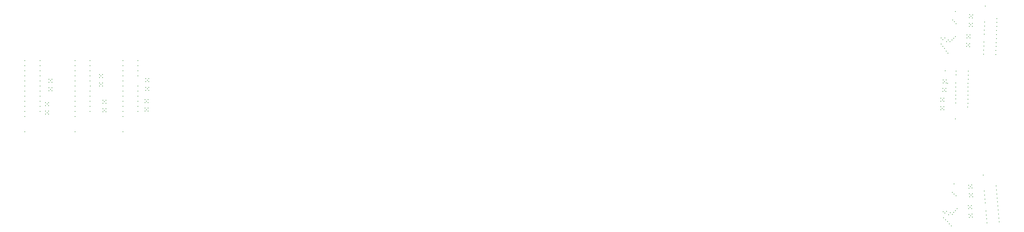
<source format=gbr>
*
G4_C Author: OrCAD GerbTool(tm) 8.1.1 Thu Jun 19 01:59:54 2003*
G4 Mass Parameters *
G4 Image *
G4 Aperture Definitions *
G4 Plot Data *
G4 Mass Parameters *
G4 Image *
G4 Aperture Definitions *
G4 Plot Data *
G4 Mass Parameters *
G4 Image *
G4 Aperture Definitions *
G4 Plot Data *
G4 Mass Parameters *
G4 Image *
G4 Aperture Definitions *
G4 Plot Data *
%LPD*%
%FSLAX34Y34*%
%MOIN*%
%AD*%
%ADD10R,0.050000X0.050000*%
%ADD11C,0.006000*%
%ADD12C,0.019000*%
%ADD13C,0.007900*%
%ADD14C,0.005000*%
%ADD15C,0.000800*%
%ADD16R,0.070000X0.025000*%
%ADD17R,0.068000X0.023000*%
%ADD18C,0.006000*%
%ADD19C,0.009800*%
%ADD20C,0.010000*%
%ADD21C,0.030000*%
%ADD22C,0.060000*%
%ADD23C,0.035000*%
%ADD24C,0.055000*%
%ADD25C,0.065000*%
%ADD256C,0.015000*%
%ADD257C,0.011000*%
%ADD258C,0.036000*%
G4_C OrCAD GerbTool Tool List *
G4_D256 2 0.0150 T 0 0*
G4_D257 1 0.0110 T 0 0*
G4_D258 3 0.0360 T 0 0*
G54D257*
G1X11824Y38876D3*
G1X11822Y38376D3*
G1X11822Y37876D3*
G1X11824Y36375D3*
G1X11823Y35875D3*
G1X11822Y35376D3*
G1X11822Y34876D3*
G1X11823Y34376D3*
G1X11823Y33875D3*
G1X10352Y38877D3*
G1X10352Y38377D3*
G1X10351Y37876D3*
G1X10351Y37377D3*
G1X10351Y36877D3*
G1X10351Y36376D3*
G1X10352Y35876D3*
G1X10352Y35377D3*
G1X10351Y34876D3*
G1X10352Y34377D3*
G1X10351Y33877D3*
G1X10352Y33376D3*
G1X10351Y31877D3*
G1X11822Y37376D3*
G1X12810Y33906D3*
G1X12810Y34207D3*
G1X12511Y33906D3*
G1X12511Y34206D3*
G1X12661Y34056D3*
G1X12810Y34746D3*
G1X12810Y35047D3*
G1X12510Y34746D3*
G1X12510Y35046D3*
G1X12660Y34896D3*
G1X12887Y35970D3*
G1X12887Y36270D3*
G1X12587Y35970D3*
G1X12587Y36270D3*
G1X12737Y36120D3*
G1X12886Y36810D3*
G1X12886Y37110D3*
G1X12587Y36810D3*
G1X12587Y37110D3*
G1X12737Y36960D3*
G1X7133Y37376D3*
G1X7134Y36875D3*
G1X7135Y36375D3*
G1X7134Y35875D3*
G1X7133Y35376D3*
G1X7133Y34876D3*
G1X7134Y34376D3*
G1X7134Y33875D3*
G1X5663Y38878D3*
G1X5663Y38378D3*
G1X5662Y37877D3*
G1X5662Y37378D3*
G1X5662Y36878D3*
G1X5662Y36377D3*
G1X5663Y35877D3*
G1X5663Y35378D3*
G1X5662Y34877D3*
G1X5663Y34378D3*
G1X5662Y33878D3*
G1X5663Y33377D3*
G1X5662Y31877D3*
G1X7133Y38876D3*
G1X7133Y38376D3*
G1X7133Y37876D3*
G1X8679Y33852D3*
G1X8679Y34152D3*
G1X8379Y33852D3*
G1X8380Y34152D3*
G1X8530Y34002D3*
G1X8678Y34692D3*
G1X8678Y34992D3*
G1X8379Y34692D3*
G1X8379Y34992D3*
G1X8529Y34842D3*
G1X8348Y36394D3*
G1X8348Y36695D3*
G1X8049Y36394D3*
G1X8049Y36694D3*
G1X8199Y36544D3*
G1X8348Y37234D3*
G1X8348Y37534D3*
G1X8048Y37234D3*
G1X8048Y37534D3*
G1X8198Y37384D3*
G1X2206Y38875D3*
G1X2204Y38375D3*
G1X2204Y37875D3*
G1X2204Y37375D3*
G1X2205Y36874D3*
G1X2206Y36374D3*
G1X2205Y35874D3*
G1X2204Y35375D3*
G1X2204Y34875D3*
G1X2205Y34375D3*
G1X2205Y33874D3*
G1X734Y38876D3*
G1X734Y38376D3*
G1X733Y37875D3*
G1X733Y37376D3*
G1X733Y36876D3*
G1X733Y36375D3*
G1X734Y35875D3*
G1X734Y35376D3*
G1X733Y34875D3*
G1X734Y34376D3*
G1X733Y33876D3*
G1X734Y33375D3*
G1X733Y31875D3*
G1X3067Y33617D3*
G1X3067Y33917D3*
G1X2767Y33617D3*
G1X2767Y33917D3*
G1X2917Y33767D3*
G1X3066Y34457D3*
G1X3066Y34757D3*
G1X2766Y34457D3*
G1X2767Y34756D3*
G1X2916Y34607D3*
G1X3386Y35921D3*
G1X3386Y36221D3*
G1X3086Y35921D3*
G1X3086Y36221D3*
G1X3236Y36071D3*
G1X3385Y36761D3*
G1X3385Y37061D3*
G1X3085Y36761D3*
G1X3086Y37060D3*
G1X3235Y36911D3*
G1X91357Y40925D3*
G1X91315Y39626D3*
G1X91769Y42894D3*
G1X91938Y42713D3*
G1X92108Y42533D3*
G1X92067Y41252D3*
G1X91887Y41082D3*
G1X91707Y40913D3*
G1X91526Y40743D3*
G1X90664Y41123D3*
G1X90833Y40941D3*
G1X91177Y40754D3*
G1X91013Y41112D3*
G1X90980Y40097D3*
G1X90811Y40297D3*
G1X91146Y39835D3*
G1X90643Y40518D3*
G1X96021Y39491D3*
G1X96033Y39885D3*
G1X96046Y40278D3*
G1X96058Y40671D3*
G1X96070Y41065D3*
G1X96083Y41458D3*
G1X96095Y41851D3*
G1X96108Y42245D3*
G1X96120Y42639D3*
G1X96132Y43032D3*
G1X94821Y39528D3*
G1X94833Y39922D3*
G1X94845Y40315D3*
G1X94858Y40709D3*
G1X94882Y41495D3*
G1X94895Y41889D3*
G1X94907Y42283D3*
G1X94920Y42677D3*
G1X94969Y44249D3*
G1X93457Y40267D3*
G1X93467Y40566D3*
G1X93157Y40276D3*
G1X93167Y40576D3*
G1X93312Y40421D3*
G1X93483Y41106D3*
G1X93492Y41406D3*
G1X93183Y41116D3*
G1X93193Y41414D3*
G1X93337Y41261D3*
G1X93708Y42259D3*
G1X93717Y42559D3*
G1X93408Y42268D3*
G1X93417Y42568D3*
G1X93563Y42413D3*
G1X93733Y43098D3*
G1X93743Y43398D3*
G1X93433Y43108D3*
G1X93444Y43407D3*
G1X93588Y43253D3*
G1X92053Y43719D3*
G1X91284Y36641D3*
G1X93265Y34308D3*
G1X93271Y34702D3*
G1X93276Y35095D3*
G1X93282Y35490D3*
G1X93287Y35883D3*
G1X93293Y36278D3*
G1X93298Y36670D3*
G1X93304Y37064D3*
G1X93309Y37457D3*
G1X93315Y37850D3*
G1X92049Y33145D3*
G1X92071Y34719D3*
G1X92076Y35111D3*
G1X92082Y35505D3*
G1X92087Y35899D3*
G1X92093Y36293D3*
G1X92098Y36686D3*
G1X92109Y37473D3*
G1X92115Y37867D3*
G1X90912Y34039D3*
G1X90916Y34339D3*
G1X90612Y34043D3*
G1X90616Y34343D3*
G1X90764Y34191D3*
G1X90923Y34879D3*
G1X90927Y35179D3*
G1X90623Y34883D3*
G1X90628Y35182D3*
G1X90775Y35031D3*
G1X91126Y35842D3*
G1X91131Y36142D3*
G1X90826Y35846D3*
G1X90831Y36146D3*
G1X90978Y35994D3*
G1X91137Y36682D3*
G1X91141Y36982D3*
G1X90837Y36686D3*
G1X90842Y36985D3*
G1X90989Y36834D3*
G1X91041Y37882D3*
G1X91552Y23916D3*
G1X91655Y22621D3*
G1X91742Y25919D3*
G1X91930Y25759D3*
G1X92119Y25598D3*
G1X92222Y24320D3*
G1X92061Y24132D3*
G1X91901Y23944D3*
G1X91740Y23755D3*
G1X90841Y24036D3*
G1X91030Y23874D3*
G1X91392Y23727D3*
G1X91190Y24064D3*
G1X91269Y23052D3*
G1X91079Y23231D3*
G1X91464Y22810D3*
G1X90887Y23433D3*
G1X96347Y23011D3*
G1X96315Y23405D3*
G1X96284Y23796D3*
G1X96252Y24188D3*
G1X96221Y24581D3*
G1X96189Y24973D3*
G1X96157Y25365D3*
G1X96126Y25758D3*
G1X96094Y26151D3*
G1X96063Y26543D3*
G1X95150Y22915D3*
G1X95118Y23307D3*
G1X95087Y23699D3*
G1X95055Y24092D3*
G1X94992Y24876D3*
G1X94960Y25269D3*
G1X94929Y25662D3*
G1X94897Y26055D3*
G1X94771Y27623D3*
G1X93712Y23496D3*
G1X93688Y23795D3*
G1X93413Y23472D3*
G1X93389Y23771D3*
G1X93551Y23634D3*
G1X93644Y24334D3*
G1X93620Y24633D3*
G1X93345Y24310D3*
G1X93322Y24608D3*
G1X93483Y24471D3*
G1X93740Y25504D3*
G1X93715Y25803D3*
G1X93441Y25480D3*
G1X93416Y25779D3*
G1X93578Y25641D3*
G1X93671Y26341D3*
G1X93647Y26640D3*
G1X93372Y26317D3*
G1X93349Y26615D3*
G1X93510Y26479D3*
G1X91932Y26771D3*
M2*

</source>
